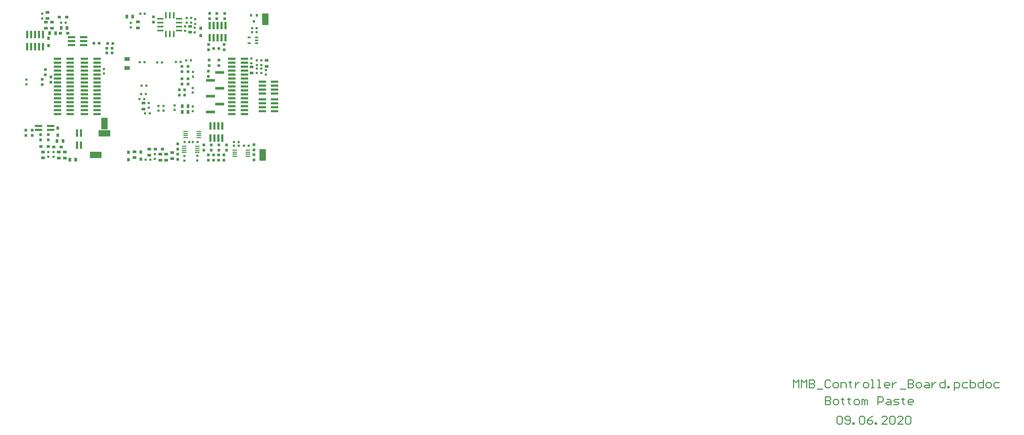
<source format=gbp>
G04*
G04 #@! TF.GenerationSoftware,Altium Limited,Altium Designer,20.1.11 (218)*
G04*
G04 Layer_Color=16770453*
%FSLAX25Y25*%
%MOIN*%
G70*
G04*
G04 #@! TF.SameCoordinates,26502B99-587C-4767-892E-7210AEBADD4C*
G04*
G04*
G04 #@! TF.FilePolarity,Positive*
G04*
G01*
G75*
%ADD17C,0.01200*%
G04:AMPARAMS|DCode=23|XSize=29.5mil|YSize=29.5mil|CornerRadius=3.72mil|HoleSize=0mil|Usage=FLASHONLY|Rotation=0.000|XOffset=0mil|YOffset=0mil|HoleType=Round|Shape=RoundedRectangle|*
%AMROUNDEDRECTD23*
21,1,0.02950,0.02205,0,0,0.0*
21,1,0.02205,0.02950,0,0,0.0*
1,1,0.00745,0.01102,-0.01102*
1,1,0.00745,-0.01102,-0.01102*
1,1,0.00745,-0.01102,0.01102*
1,1,0.00745,0.01102,0.01102*
%
%ADD23ROUNDEDRECTD23*%
G04:AMPARAMS|DCode=24|XSize=29.5mil|YSize=29.5mil|CornerRadius=3.72mil|HoleSize=0mil|Usage=FLASHONLY|Rotation=270.000|XOffset=0mil|YOffset=0mil|HoleType=Round|Shape=RoundedRectangle|*
%AMROUNDEDRECTD24*
21,1,0.02950,0.02205,0,0,270.0*
21,1,0.02205,0.02950,0,0,270.0*
1,1,0.00745,-0.01102,-0.01102*
1,1,0.00745,-0.01102,0.01102*
1,1,0.00745,0.01102,0.01102*
1,1,0.00745,0.01102,-0.01102*
%
%ADD24ROUNDEDRECTD24*%
%ADD31R,0.03343X0.03737*%
G04:AMPARAMS|DCode=36|XSize=49.18mil|YSize=33.43mil|CornerRadius=2.54mil|HoleSize=0mil|Usage=FLASHONLY|Rotation=0.000|XOffset=0mil|YOffset=0mil|HoleType=Round|Shape=RoundedRectangle|*
%AMROUNDEDRECTD36*
21,1,0.04918,0.02835,0,0,0.0*
21,1,0.04409,0.03343,0,0,0.0*
1,1,0.00509,0.02205,-0.01417*
1,1,0.00509,-0.02205,-0.01417*
1,1,0.00509,-0.02205,0.01417*
1,1,0.00509,0.02205,0.01417*
%
%ADD36ROUNDEDRECTD36*%
G04:AMPARAMS|DCode=37|XSize=49.18mil|YSize=33.43mil|CornerRadius=2.54mil|HoleSize=0mil|Usage=FLASHONLY|Rotation=270.000|XOffset=0mil|YOffset=0mil|HoleType=Round|Shape=RoundedRectangle|*
%AMROUNDEDRECTD37*
21,1,0.04918,0.02835,0,0,270.0*
21,1,0.04409,0.03343,0,0,270.0*
1,1,0.00509,-0.01417,-0.02205*
1,1,0.00509,-0.01417,0.02205*
1,1,0.00509,0.01417,0.02205*
1,1,0.00509,0.01417,-0.02205*
%
%ADD37ROUNDEDRECTD37*%
%ADD38R,0.02556X0.03343*%
%ADD39R,0.04328X0.03737*%
%ADD40R,0.03737X0.04328*%
%ADD41R,0.03737X0.03343*%
%ADD42R,0.06887X0.04918*%
%ADD46R,0.04131X0.02359*%
%ADD146R,0.09249X0.02753*%
%ADD147O,0.06099X0.01375*%
G04:AMPARAMS|DCode=148|XSize=148mil|YSize=78mil|CornerRadius=3mil|HoleSize=0mil|Usage=FLASHONLY|Rotation=90.000|XOffset=0mil|YOffset=0mil|HoleType=Round|Shape=RoundedRectangle|*
%AMROUNDEDRECTD148*
21,1,0.14800,0.07200,0,0,90.0*
21,1,0.14200,0.07800,0,0,90.0*
1,1,0.00600,0.03600,0.07100*
1,1,0.00600,0.03600,-0.07100*
1,1,0.00600,-0.03600,-0.07100*
1,1,0.00600,-0.03600,0.07100*
%
%ADD148ROUNDEDRECTD148*%
G04:AMPARAMS|DCode=149|XSize=76.74mil|YSize=21.62mil|CornerRadius=4.91mil|HoleSize=0mil|Usage=FLASHONLY|Rotation=0.000|XOffset=0mil|YOffset=0mil|HoleType=Round|Shape=RoundedRectangle|*
%AMROUNDEDRECTD149*
21,1,0.07674,0.01181,0,0,0.0*
21,1,0.06693,0.02162,0,0,0.0*
1,1,0.00981,0.03347,-0.00591*
1,1,0.00981,-0.03347,-0.00591*
1,1,0.00981,-0.03347,0.00591*
1,1,0.00981,0.03347,0.00591*
%
%ADD149ROUNDEDRECTD149*%
G04:AMPARAMS|DCode=150|XSize=76.74mil|YSize=21.62mil|CornerRadius=4.91mil|HoleSize=0mil|Usage=FLASHONLY|Rotation=270.000|XOffset=0mil|YOffset=0mil|HoleType=Round|Shape=RoundedRectangle|*
%AMROUNDEDRECTD150*
21,1,0.07674,0.01181,0,0,270.0*
21,1,0.06693,0.02162,0,0,270.0*
1,1,0.00981,-0.00591,-0.03347*
1,1,0.00981,-0.00591,0.03347*
1,1,0.00981,0.00591,0.03347*
1,1,0.00981,0.00591,-0.03347*
%
%ADD150ROUNDEDRECTD150*%
%ADD151R,0.02753X0.09249*%
%ADD152R,0.11611X0.03737*%
%ADD153R,0.09800X0.02700*%
G04:AMPARAMS|DCode=154|XSize=148mil|YSize=78mil|CornerRadius=3mil|HoleSize=0mil|Usage=FLASHONLY|Rotation=0.000|XOffset=0mil|YOffset=0mil|HoleType=Round|Shape=RoundedRectangle|*
%AMROUNDEDRECTD154*
21,1,0.14800,0.07200,0,0,0.0*
21,1,0.14200,0.07800,0,0,0.0*
1,1,0.00600,0.07100,-0.03600*
1,1,0.00600,-0.07100,-0.03600*
1,1,0.00600,-0.07100,0.03600*
1,1,0.00600,0.07100,0.03600*
%
%ADD154ROUNDEDRECTD154*%
D17*
X1015016Y-294278D02*
Y-304275D01*
X1020014D01*
X1021680Y-302609D01*
Y-300943D01*
X1020014Y-299276D01*
X1015016D01*
X1020014D01*
X1021680Y-297610D01*
Y-295944D01*
X1020014Y-294278D01*
X1015016D01*
X1026679Y-304275D02*
X1030011D01*
X1031677Y-302609D01*
Y-299276D01*
X1030011Y-297610D01*
X1026679D01*
X1025012Y-299276D01*
Y-302609D01*
X1026679Y-304275D01*
X1036675Y-295944D02*
Y-297610D01*
X1035009D01*
X1038342D01*
X1036675D01*
Y-302609D01*
X1038342Y-304275D01*
X1045006Y-295944D02*
Y-297610D01*
X1043340D01*
X1046672D01*
X1045006D01*
Y-302609D01*
X1046672Y-304275D01*
X1053337D02*
X1056669D01*
X1058335Y-302609D01*
Y-299276D01*
X1056669Y-297610D01*
X1053337D01*
X1051671Y-299276D01*
Y-302609D01*
X1053337Y-304275D01*
X1061667D02*
Y-297610D01*
X1063334D01*
X1065000Y-299276D01*
Y-304275D01*
Y-299276D01*
X1066666Y-297610D01*
X1068332Y-299276D01*
Y-304275D01*
X1081661D02*
Y-294278D01*
X1086659D01*
X1088325Y-295944D01*
Y-299276D01*
X1086659Y-300943D01*
X1081661D01*
X1093324Y-297610D02*
X1096656D01*
X1098322Y-299276D01*
Y-304275D01*
X1093324D01*
X1091658Y-302609D01*
X1093324Y-300943D01*
X1098322D01*
X1101654Y-304275D02*
X1106653D01*
X1108319Y-302609D01*
X1106653Y-300943D01*
X1103321D01*
X1101654Y-299276D01*
X1103321Y-297610D01*
X1108319D01*
X1113317Y-295944D02*
Y-297610D01*
X1111651D01*
X1114983D01*
X1113317D01*
Y-302609D01*
X1114983Y-304275D01*
X1124980D02*
X1121648D01*
X1119982Y-302609D01*
Y-299276D01*
X1121648Y-297610D01*
X1124980D01*
X1126646Y-299276D01*
Y-300943D01*
X1119982D01*
X1029716Y-320444D02*
X1031382Y-318778D01*
X1034714D01*
X1036380Y-320444D01*
Y-327109D01*
X1034714Y-328775D01*
X1031382D01*
X1029716Y-327109D01*
Y-320444D01*
X1039713Y-327109D02*
X1041379Y-328775D01*
X1044711D01*
X1046377Y-327109D01*
Y-320444D01*
X1044711Y-318778D01*
X1041379D01*
X1039713Y-320444D01*
Y-322110D01*
X1041379Y-323776D01*
X1046377D01*
X1049709Y-328775D02*
Y-327109D01*
X1051375D01*
Y-328775D01*
X1049709D01*
X1058040Y-320444D02*
X1059706Y-318778D01*
X1063038D01*
X1064704Y-320444D01*
Y-327109D01*
X1063038Y-328775D01*
X1059706D01*
X1058040Y-327109D01*
Y-320444D01*
X1074701Y-318778D02*
X1071369Y-320444D01*
X1068037Y-323776D01*
Y-327109D01*
X1069703Y-328775D01*
X1073035D01*
X1074701Y-327109D01*
Y-325443D01*
X1073035Y-323776D01*
X1068037D01*
X1078034Y-328775D02*
Y-327109D01*
X1079700D01*
Y-328775D01*
X1078034D01*
X1093029D02*
X1086364D01*
X1093029Y-322110D01*
Y-320444D01*
X1091362Y-318778D01*
X1088030D01*
X1086364Y-320444D01*
X1096361D02*
X1098027Y-318778D01*
X1101359D01*
X1103025Y-320444D01*
Y-327109D01*
X1101359Y-328775D01*
X1098027D01*
X1096361Y-327109D01*
Y-320444D01*
X1113022Y-328775D02*
X1106358D01*
X1113022Y-322110D01*
Y-320444D01*
X1111356Y-318778D01*
X1108024D01*
X1106358Y-320444D01*
X1116354D02*
X1118021Y-318778D01*
X1121353D01*
X1123019Y-320444D01*
Y-327109D01*
X1121353Y-328775D01*
X1118021D01*
X1116354Y-327109D01*
Y-320444D01*
X974816Y-282875D02*
Y-272878D01*
X978148Y-276210D01*
X981480Y-272878D01*
Y-282875D01*
X984813D02*
Y-272878D01*
X988145Y-276210D01*
X991477Y-272878D01*
Y-282875D01*
X994809Y-272878D02*
Y-282875D01*
X999808D01*
X1001474Y-281209D01*
Y-279542D01*
X999808Y-277876D01*
X994809D01*
X999808D01*
X1001474Y-276210D01*
Y-274544D01*
X999808Y-272878D01*
X994809D01*
X1004806Y-284541D02*
X1011471D01*
X1021467Y-274544D02*
X1019801Y-272878D01*
X1016469D01*
X1014803Y-274544D01*
Y-281209D01*
X1016469Y-282875D01*
X1019801D01*
X1021467Y-281209D01*
X1026466Y-282875D02*
X1029798D01*
X1031464Y-281209D01*
Y-277876D01*
X1029798Y-276210D01*
X1026466D01*
X1024800Y-277876D01*
Y-281209D01*
X1026466Y-282875D01*
X1034796D02*
Y-276210D01*
X1039795D01*
X1041461Y-277876D01*
Y-282875D01*
X1046459Y-274544D02*
Y-276210D01*
X1044793D01*
X1048125D01*
X1046459D01*
Y-281209D01*
X1048125Y-282875D01*
X1053124Y-276210D02*
Y-282875D01*
Y-279542D01*
X1054790Y-277876D01*
X1056456Y-276210D01*
X1058122D01*
X1064787Y-282875D02*
X1068119D01*
X1069785Y-281209D01*
Y-277876D01*
X1068119Y-276210D01*
X1064787D01*
X1063121Y-277876D01*
Y-281209D01*
X1064787Y-282875D01*
X1073117D02*
X1076450D01*
X1074784D01*
Y-272878D01*
X1073117D01*
X1081448Y-282875D02*
X1084780D01*
X1083114D01*
Y-272878D01*
X1081448D01*
X1094777Y-282875D02*
X1091445D01*
X1089779Y-281209D01*
Y-277876D01*
X1091445Y-276210D01*
X1094777D01*
X1096443Y-277876D01*
Y-279542D01*
X1089779D01*
X1099775Y-276210D02*
Y-282875D01*
Y-279542D01*
X1101441Y-277876D01*
X1103108Y-276210D01*
X1104774D01*
X1109772Y-284541D02*
X1116437D01*
X1119769Y-272878D02*
Y-282875D01*
X1124767D01*
X1126433Y-281209D01*
Y-279542D01*
X1124767Y-277876D01*
X1119769D01*
X1124767D01*
X1126433Y-276210D01*
Y-274544D01*
X1124767Y-272878D01*
X1119769D01*
X1131432Y-282875D02*
X1134764D01*
X1136430Y-281209D01*
Y-277876D01*
X1134764Y-276210D01*
X1131432D01*
X1129766Y-277876D01*
Y-281209D01*
X1131432Y-282875D01*
X1141429Y-276210D02*
X1144761D01*
X1146427Y-277876D01*
Y-282875D01*
X1141429D01*
X1139762Y-281209D01*
X1141429Y-279542D01*
X1146427D01*
X1149759Y-276210D02*
Y-282875D01*
Y-279542D01*
X1151425Y-277876D01*
X1153092Y-276210D01*
X1154758D01*
X1166420Y-272878D02*
Y-282875D01*
X1161422D01*
X1159756Y-281209D01*
Y-277876D01*
X1161422Y-276210D01*
X1166420D01*
X1169753Y-282875D02*
Y-281209D01*
X1171419D01*
Y-282875D01*
X1169753D01*
X1178083Y-286207D02*
Y-276210D01*
X1183082D01*
X1184748Y-277876D01*
Y-281209D01*
X1183082Y-282875D01*
X1178083D01*
X1194745Y-276210D02*
X1189746D01*
X1188080Y-277876D01*
Y-281209D01*
X1189746Y-282875D01*
X1194745D01*
X1198077Y-272878D02*
Y-282875D01*
X1203075D01*
X1204741Y-281209D01*
Y-279542D01*
Y-277876D01*
X1203075Y-276210D01*
X1198077D01*
X1214738Y-272878D02*
Y-282875D01*
X1209740D01*
X1208074Y-281209D01*
Y-277876D01*
X1209740Y-276210D01*
X1214738D01*
X1219737Y-282875D02*
X1223069D01*
X1224735Y-281209D01*
Y-277876D01*
X1223069Y-276210D01*
X1219737D01*
X1218071Y-277876D01*
Y-281209D01*
X1219737Y-282875D01*
X1234732Y-276210D02*
X1229733D01*
X1228067Y-277876D01*
Y-281209D01*
X1229733Y-282875D01*
X1234732D01*
D23*
X215748Y110827D02*
D03*
Y116732D02*
D03*
X159843Y71457D02*
D03*
Y77362D02*
D03*
X215354Y90748D02*
D03*
Y96653D02*
D03*
X178347Y73819D02*
D03*
Y67913D02*
D03*
X213386Y185236D02*
D03*
Y179331D02*
D03*
X207874Y185236D02*
D03*
Y179331D02*
D03*
X205906Y174606D02*
D03*
Y168701D02*
D03*
X137008Y173031D02*
D03*
Y178937D02*
D03*
X192520Y74606D02*
D03*
Y68701D02*
D03*
X215354Y67126D02*
D03*
Y73032D02*
D03*
X172047Y67913D02*
D03*
Y73819D02*
D03*
X204724Y10433D02*
D03*
Y4528D02*
D03*
X221063Y10827D02*
D03*
Y4921D02*
D03*
X5118Y107087D02*
D03*
Y101181D02*
D03*
X103150Y114764D02*
D03*
Y120669D02*
D03*
X25197Y184449D02*
D03*
Y190354D02*
D03*
X32874Y15551D02*
D03*
Y9646D02*
D03*
X39567Y15551D02*
D03*
Y9646D02*
D03*
X167520Y12795D02*
D03*
Y6890D02*
D03*
X218504Y183465D02*
D03*
Y177559D02*
D03*
X217913Y172835D02*
D03*
Y166929D02*
D03*
X289567Y133858D02*
D03*
Y127953D02*
D03*
X302165Y131496D02*
D03*
Y125591D02*
D03*
X296457Y131496D02*
D03*
Y125591D02*
D03*
Y115354D02*
D03*
Y121260D02*
D03*
X302165Y115354D02*
D03*
Y121260D02*
D03*
X307874Y113386D02*
D03*
Y119291D02*
D03*
D24*
X149016Y190551D02*
D03*
X154921D02*
D03*
X194291Y129528D02*
D03*
X200197D02*
D03*
X161221Y64567D02*
D03*
X155315D02*
D03*
X148228Y82677D02*
D03*
X154134D02*
D03*
X154528Y129134D02*
D03*
X148622D02*
D03*
X170669Y128740D02*
D03*
X176575D02*
D03*
X221457Y28346D02*
D03*
X215551D02*
D03*
X205315D02*
D03*
X211221D02*
D03*
X150984Y99606D02*
D03*
X156890D02*
D03*
X213189Y131496D02*
D03*
X207283D02*
D03*
X267520Y28346D02*
D03*
X273425D02*
D03*
X286024Y23425D02*
D03*
X280118D02*
D03*
X267520D02*
D03*
X273425D02*
D03*
X150197Y88976D02*
D03*
X156102D02*
D03*
X54921Y179331D02*
D03*
X49016D02*
D03*
X155905Y5906D02*
D03*
X161811D02*
D03*
X290354Y167323D02*
D03*
X296260D02*
D03*
X290354Y172244D02*
D03*
X296260D02*
D03*
D31*
X248622Y146457D02*
D03*
X241929D02*
D03*
X97047Y153150D02*
D03*
X90354D02*
D03*
X114370Y152756D02*
D03*
X107677D02*
D03*
X113583Y146850D02*
D03*
X106890D02*
D03*
Y140945D02*
D03*
X113583D02*
D03*
D36*
X146063Y180118D02*
D03*
Y172638D02*
D03*
X153150Y77362D02*
D03*
Y69882D02*
D03*
X37402Y179724D02*
D03*
Y172244D02*
D03*
X29724Y179724D02*
D03*
Y172244D02*
D03*
X31890Y184646D02*
D03*
Y192126D02*
D03*
X26181Y15551D02*
D03*
Y8071D02*
D03*
X53740Y15354D02*
D03*
Y7874D02*
D03*
X46260Y15354D02*
D03*
Y7874D02*
D03*
X141929Y15945D02*
D03*
Y8465D02*
D03*
X160433Y19094D02*
D03*
Y11614D02*
D03*
X189567Y14764D02*
D03*
Y7283D02*
D03*
X174500Y12740D02*
D03*
Y5260D02*
D03*
X182000Y12740D02*
D03*
Y5260D02*
D03*
X212205Y174606D02*
D03*
Y167126D02*
D03*
X309000Y131480D02*
D03*
Y124000D02*
D03*
X289764Y115551D02*
D03*
Y123031D02*
D03*
D37*
X132087Y187008D02*
D03*
X139567D02*
D03*
X209646Y66142D02*
D03*
X202165D02*
D03*
X209646Y73622D02*
D03*
X202165D02*
D03*
X42126Y165945D02*
D03*
X34646D02*
D03*
X56496Y172638D02*
D03*
X49016D02*
D03*
X43898Y29528D02*
D03*
X51378D02*
D03*
X67520Y5906D02*
D03*
X60039D02*
D03*
D38*
X289173Y188583D02*
D03*
X296654D02*
D03*
X292913Y180709D02*
D03*
D39*
X57382Y165748D02*
D03*
X48130Y165748D02*
D03*
X46949Y186024D02*
D03*
X56201Y186024D02*
D03*
X23425Y22441D02*
D03*
X32677Y22441D02*
D03*
X49114Y21850D02*
D03*
X39862Y21850D02*
D03*
X177264Y19094D02*
D03*
X168012Y19094D02*
D03*
D40*
X33071Y159350D02*
D03*
X33071Y150098D02*
D03*
X44882Y45965D02*
D03*
X44882Y36713D02*
D03*
X134055Y15059D02*
D03*
X134055Y5807D02*
D03*
X149803Y6398D02*
D03*
X149803Y15650D02*
D03*
X225394Y162894D02*
D03*
X225394Y172146D02*
D03*
D41*
X201969Y101378D02*
D03*
Y108071D02*
D03*
X209449Y101378D02*
D03*
Y108071D02*
D03*
Y117126D02*
D03*
Y123819D02*
D03*
X201969Y117126D02*
D03*
Y123819D02*
D03*
X205118Y87598D02*
D03*
Y94291D02*
D03*
X198425Y87598D02*
D03*
Y94291D02*
D03*
X229528Y17717D02*
D03*
Y24409D02*
D03*
X235236Y11811D02*
D03*
Y5118D02*
D03*
X238976Y17717D02*
D03*
Y24409D02*
D03*
X248425Y17717D02*
D03*
Y24409D02*
D03*
X241732Y11811D02*
D03*
Y5118D02*
D03*
X258071Y17717D02*
D03*
Y24409D02*
D03*
X248228Y11811D02*
D03*
Y5118D02*
D03*
X254724Y11811D02*
D03*
Y5118D02*
D03*
X235630Y144882D02*
D03*
Y151575D02*
D03*
X236811Y184252D02*
D03*
Y190945D02*
D03*
X245866Y184252D02*
D03*
Y190945D02*
D03*
X255315Y144882D02*
D03*
Y151575D02*
D03*
X255906Y184252D02*
D03*
Y190945D02*
D03*
X196653Y12795D02*
D03*
Y6102D02*
D03*
Y19291D02*
D03*
Y25984D02*
D03*
X292913Y18307D02*
D03*
Y25000D02*
D03*
Y12205D02*
D03*
Y5512D02*
D03*
X248425Y125000D02*
D03*
Y131693D02*
D03*
X236221Y125000D02*
D03*
Y131693D02*
D03*
X235236Y111024D02*
D03*
Y117717D02*
D03*
X29134Y113189D02*
D03*
Y119882D02*
D03*
X25197Y100984D02*
D03*
Y107677D02*
D03*
X36024Y110630D02*
D03*
Y103937D02*
D03*
X23228Y37598D02*
D03*
Y30906D02*
D03*
X32874Y30906D02*
D03*
Y37598D02*
D03*
X4528Y43110D02*
D03*
Y36417D02*
D03*
X12402Y36417D02*
D03*
Y43110D02*
D03*
X165748Y186417D02*
D03*
Y179724D02*
D03*
D42*
X132500Y121791D02*
D03*
X132500Y133209D02*
D03*
D46*
X286811Y160630D02*
D03*
Y153150D02*
D03*
X296260D02*
D03*
Y156890D02*
D03*
Y160630D02*
D03*
D146*
X77362Y160906D02*
D03*
Y155905D02*
D03*
X62008Y160906D02*
D03*
Y155905D02*
D03*
Y150906D02*
D03*
X77362D02*
D03*
X303346Y89567D02*
D03*
Y94567D02*
D03*
Y99567D02*
D03*
X318701Y89567D02*
D03*
Y94567D02*
D03*
Y99567D02*
D03*
X303346Y104567D02*
D03*
X318701D02*
D03*
X35827Y48366D02*
D03*
X20472D02*
D03*
X35827Y43366D02*
D03*
X20472D02*
D03*
X318701Y82303D02*
D03*
Y77303D02*
D03*
Y72303D02*
D03*
X303346Y82303D02*
D03*
Y77303D02*
D03*
Y72303D02*
D03*
X318701Y67303D02*
D03*
X303346D02*
D03*
D147*
X223031Y41535D02*
D03*
Y38976D02*
D03*
Y36417D02*
D03*
Y33858D02*
D03*
X206496Y41535D02*
D03*
Y38976D02*
D03*
Y36417D02*
D03*
Y33858D02*
D03*
X221063Y22736D02*
D03*
Y20177D02*
D03*
Y17618D02*
D03*
Y15059D02*
D03*
X204528Y22736D02*
D03*
Y20177D02*
D03*
Y17618D02*
D03*
Y15059D02*
D03*
X268504Y10138D02*
D03*
Y12697D02*
D03*
Y15256D02*
D03*
Y17815D02*
D03*
X285039Y10138D02*
D03*
Y12697D02*
D03*
Y15256D02*
D03*
Y17815D02*
D03*
D148*
X307283Y183661D02*
D03*
X103937Y51575D02*
D03*
X304000Y12000D02*
D03*
D149*
X174606Y169272D02*
D03*
Y174272D02*
D03*
Y179272D02*
D03*
Y184272D02*
D03*
X198228D02*
D03*
Y179272D02*
D03*
Y174272D02*
D03*
Y169272D02*
D03*
D150*
X181417Y188583D02*
D03*
X186417D02*
D03*
X191417D02*
D03*
Y164961D02*
D03*
X186417D02*
D03*
X181417D02*
D03*
D151*
X256850Y160236D02*
D03*
X251850D02*
D03*
X256850Y175591D02*
D03*
X251850D02*
D03*
X236850D02*
D03*
Y160236D02*
D03*
X241850Y175591D02*
D03*
X246850D02*
D03*
X241850Y160236D02*
D03*
X246850D02*
D03*
X74154Y24016D02*
D03*
Y39370D02*
D03*
X69153Y24016D02*
D03*
Y39370D02*
D03*
X252776Y33071D02*
D03*
X247776D02*
D03*
X242776D02*
D03*
X252776Y48425D02*
D03*
X247776D02*
D03*
X242776D02*
D03*
X237776Y33071D02*
D03*
Y48425D02*
D03*
X26339Y148819D02*
D03*
X21339D02*
D03*
X26339Y164173D02*
D03*
X21339D02*
D03*
X6339D02*
D03*
Y148819D02*
D03*
X11339Y164173D02*
D03*
X16339D02*
D03*
X11339Y148819D02*
D03*
X16339D02*
D03*
D152*
X249606Y96339D02*
D03*
X237795Y86339D02*
D03*
X249606Y76339D02*
D03*
X237795Y66339D02*
D03*
Y106339D02*
D03*
X249606Y116339D02*
D03*
D153*
X78614Y113425D02*
D03*
Y123425D02*
D03*
X94614D02*
D03*
X78614Y133425D02*
D03*
X94614D02*
D03*
X78614Y118425D02*
D03*
X94614D02*
D03*
X78614Y128425D02*
D03*
X94614D02*
D03*
Y113425D02*
D03*
Y88425D02*
D03*
Y103425D02*
D03*
X78614D02*
D03*
X94614Y93425D02*
D03*
X78614D02*
D03*
X94614Y108425D02*
D03*
X78614D02*
D03*
X94614Y98425D02*
D03*
X78614D02*
D03*
Y88425D02*
D03*
Y63425D02*
D03*
Y73425D02*
D03*
X94614D02*
D03*
X78614Y83425D02*
D03*
X94614D02*
D03*
X78614Y68425D02*
D03*
X94614D02*
D03*
X78614Y78425D02*
D03*
X94614D02*
D03*
Y63425D02*
D03*
X264835Y113425D02*
D03*
Y123425D02*
D03*
X280835D02*
D03*
X264835Y133425D02*
D03*
X280835D02*
D03*
X264835Y118425D02*
D03*
X280835D02*
D03*
X264835Y128425D02*
D03*
X280835D02*
D03*
Y113425D02*
D03*
Y88425D02*
D03*
Y103425D02*
D03*
X264835D02*
D03*
X280835Y93425D02*
D03*
X264835D02*
D03*
X280835Y108425D02*
D03*
X264835D02*
D03*
X280835Y98425D02*
D03*
X264835D02*
D03*
Y88425D02*
D03*
Y63425D02*
D03*
Y73425D02*
D03*
X280835D02*
D03*
X264835Y83425D02*
D03*
X280835D02*
D03*
X264835Y68425D02*
D03*
X280835D02*
D03*
X264835Y78425D02*
D03*
X280835D02*
D03*
Y63425D02*
D03*
X44488Y113465D02*
D03*
Y123465D02*
D03*
X60488D02*
D03*
X44488Y133465D02*
D03*
X60488D02*
D03*
X44488Y118465D02*
D03*
X60488D02*
D03*
X44488Y128465D02*
D03*
X60488D02*
D03*
Y113465D02*
D03*
Y88465D02*
D03*
Y103465D02*
D03*
X44488D02*
D03*
X60488Y93465D02*
D03*
X44488D02*
D03*
X60488Y108465D02*
D03*
X44488D02*
D03*
X60488Y98465D02*
D03*
X44488D02*
D03*
Y88465D02*
D03*
Y63465D02*
D03*
Y73465D02*
D03*
X60488D02*
D03*
X44488Y83465D02*
D03*
X60488D02*
D03*
X44488Y68465D02*
D03*
X60488D02*
D03*
X44488Y78465D02*
D03*
X60488D02*
D03*
Y63465D02*
D03*
D154*
X103937Y39173D02*
D03*
X93000Y12000D02*
D03*
M02*

</source>
